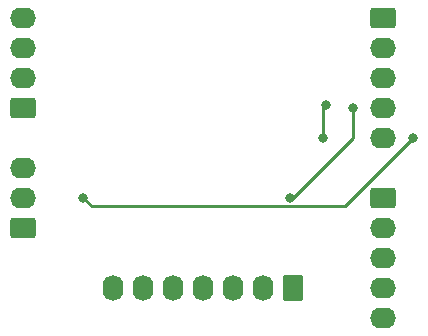
<source format=gbr>
G04 #@! TF.GenerationSoftware,KiCad,Pcbnew,7.0.10*
G04 #@! TF.CreationDate,2024-04-04T22:49:01-05:00*
G04 #@! TF.ProjectId,adapter,61646170-7465-4722-9e6b-696361645f70,rev?*
G04 #@! TF.SameCoordinates,Original*
G04 #@! TF.FileFunction,Copper,L2,Bot*
G04 #@! TF.FilePolarity,Positive*
%FSLAX46Y46*%
G04 Gerber Fmt 4.6, Leading zero omitted, Abs format (unit mm)*
G04 Created by KiCad (PCBNEW 7.0.10) date 2024-04-04 22:49:01*
%MOMM*%
%LPD*%
G01*
G04 APERTURE LIST*
G04 Aperture macros list*
%AMRoundRect*
0 Rectangle with rounded corners*
0 $1 Rounding radius*
0 $2 $3 $4 $5 $6 $7 $8 $9 X,Y pos of 4 corners*
0 Add a 4 corners polygon primitive as box body*
4,1,4,$2,$3,$4,$5,$6,$7,$8,$9,$2,$3,0*
0 Add four circle primitives for the rounded corners*
1,1,$1+$1,$2,$3*
1,1,$1+$1,$4,$5*
1,1,$1+$1,$6,$7*
1,1,$1+$1,$8,$9*
0 Add four rect primitives between the rounded corners*
20,1,$1+$1,$2,$3,$4,$5,0*
20,1,$1+$1,$4,$5,$6,$7,0*
20,1,$1+$1,$6,$7,$8,$9,0*
20,1,$1+$1,$8,$9,$2,$3,0*%
G04 Aperture macros list end*
G04 #@! TA.AperFunction,ComponentPad*
%ADD10RoundRect,0.250000X-0.845000X0.620000X-0.845000X-0.620000X0.845000X-0.620000X0.845000X0.620000X0*%
G04 #@! TD*
G04 #@! TA.AperFunction,ComponentPad*
%ADD11O,2.190000X1.740000*%
G04 #@! TD*
G04 #@! TA.AperFunction,ComponentPad*
%ADD12RoundRect,0.250000X0.620000X0.845000X-0.620000X0.845000X-0.620000X-0.845000X0.620000X-0.845000X0*%
G04 #@! TD*
G04 #@! TA.AperFunction,ComponentPad*
%ADD13O,1.740000X2.190000*%
G04 #@! TD*
G04 #@! TA.AperFunction,ComponentPad*
%ADD14RoundRect,0.250000X0.845000X-0.620000X0.845000X0.620000X-0.845000X0.620000X-0.845000X-0.620000X0*%
G04 #@! TD*
G04 #@! TA.AperFunction,ViaPad*
%ADD15C,0.800000*%
G04 #@! TD*
G04 #@! TA.AperFunction,Conductor*
%ADD16C,0.254000*%
G04 #@! TD*
G04 APERTURE END LIST*
D10*
G04 #@! TO.P,J4,1,Pin_1*
G04 #@! TO.N,Net-(DWM1-IRQ{slash}GPIO8)*
X182880000Y-96520000D03*
D11*
G04 #@! TO.P,J4,2,Pin_2*
G04 #@! TO.N,Net-(DWM1-SPICLK)*
X182880000Y-99060000D03*
G04 #@! TO.P,J4,3,Pin_3*
G04 #@! TO.N,Net-(DWM1-SPIMISO)*
X182880000Y-101600000D03*
G04 #@! TO.P,J4,4,Pin_4*
G04 #@! TO.N,Net-(DWM1-SPIMOSI)*
X182880000Y-104140000D03*
G04 #@! TO.P,J4,5,Pin_5*
G04 #@! TO.N,Net-(DWM1-SPICSn)*
X182880000Y-106680000D03*
G04 #@! TD*
D12*
G04 #@! TO.P,J5,1,Pin_1*
G04 #@! TO.N,Net-(DWM1-GPIO0{slash}RXOKLED)*
X175260000Y-104140000D03*
D13*
G04 #@! TO.P,J5,2,Pin_2*
G04 #@! TO.N,Net-(DWM1-GPIO1{slash}SFDLED)*
X172720000Y-104140000D03*
G04 #@! TO.P,J5,3,Pin_3*
G04 #@! TO.N,Net-(DWM1-GPIO2{slash}RXLED)*
X170180000Y-104140000D03*
G04 #@! TO.P,J5,4,Pin_4*
G04 #@! TO.N,Net-(DWM1-GPIO3{slash}TXLED)*
X167640000Y-104140000D03*
G04 #@! TO.P,J5,5,Pin_5*
G04 #@! TO.N,Net-(DWM1-GPIO4{slash}EXTPA)*
X165100000Y-104140000D03*
G04 #@! TO.P,J5,6,Pin_6*
G04 #@! TO.N,Net-(DWM1-GPIO5{slash}EXTTXE{slash}SPIPOL)*
X162560000Y-104140000D03*
G04 #@! TO.P,J5,7,Pin_7*
G04 #@! TO.N,Net-(DWM1-GPIO6{slash}EXTRXE{slash}SPIHA)*
X160020000Y-104140000D03*
G04 #@! TD*
D10*
G04 #@! TO.P,J1,1,Pin_1*
G04 #@! TO.N,Net-(J1-Pin_1)*
X182880000Y-81280000D03*
D11*
G04 #@! TO.P,J1,2,Pin_2*
G04 #@! TO.N,Net-(J1-Pin_2)*
X182880000Y-83820000D03*
G04 #@! TO.P,J1,3,Pin_3*
G04 #@! TO.N,Net-(J1-Pin_3)*
X182880000Y-86360000D03*
G04 #@! TO.P,J1,4,Pin_4*
G04 #@! TO.N,Net-(J1-Pin_4)*
X182880000Y-88900000D03*
G04 #@! TO.P,J1,5,Pin_5*
G04 #@! TO.N,Net-(J1-Pin_5)*
X182880000Y-91440000D03*
G04 #@! TD*
D14*
G04 #@! TO.P,J2,1,Pin_1*
G04 #@! TO.N,Net-(DWM1-GPIO7)*
X152400000Y-88900000D03*
D11*
G04 #@! TO.P,J2,2,Pin_2*
G04 #@! TO.N,Net-(DWM1-RSTn)*
X152400000Y-86360000D03*
G04 #@! TO.P,J2,3,Pin_3*
G04 #@! TO.N,Net-(DWM1-WAKEUP)*
X152400000Y-83820000D03*
G04 #@! TO.P,J2,4,Pin_4*
G04 #@! TO.N,Net-(DWM1-EXTON)*
X152400000Y-81280000D03*
G04 #@! TD*
D14*
G04 #@! TO.P,J3,1,Pin_1*
G04 #@! TO.N,Net-(J3-Pin_1)*
X152400000Y-99060000D03*
D11*
G04 #@! TO.P,J3,2,Pin_2*
G04 #@! TO.N,Net-(J3-Pin_2)*
X152400000Y-96520000D03*
G04 #@! TO.P,J3,3,Pin_3*
G04 #@! TO.N,Net-(DWM1-VDDAON)*
X152400000Y-93980000D03*
G04 #@! TD*
D15*
G04 #@! TO.N,Net-(J1-Pin_5)*
X157480000Y-96520000D03*
X185420000Y-91440000D03*
G04 #@! TO.N,Net-(J1-Pin_4)*
X174987000Y-96520000D03*
X180340000Y-88900000D03*
G04 #@! TO.N,Net-(J1-Pin_3)*
X178051067Y-88648933D03*
X177800000Y-91440000D03*
G04 #@! TD*
D16*
G04 #@! TO.N,Net-(J1-Pin_5)*
X158207000Y-97247000D02*
X157480000Y-96520000D01*
X185420000Y-91440000D02*
X179613000Y-97247000D01*
X179613000Y-97247000D02*
X158207000Y-97247000D01*
G04 #@! TO.N,Net-(J1-Pin_4)*
X180340000Y-88900000D02*
X180340000Y-91440000D01*
X180340000Y-91440000D02*
X175260000Y-96520000D01*
X175260000Y-96520000D02*
X174987000Y-96520000D01*
G04 #@! TO.N,Net-(J1-Pin_3)*
X178051067Y-88648933D02*
X177800000Y-88900000D01*
X177800000Y-88900000D02*
X177800000Y-91440000D01*
G04 #@! TD*
M02*

</source>
